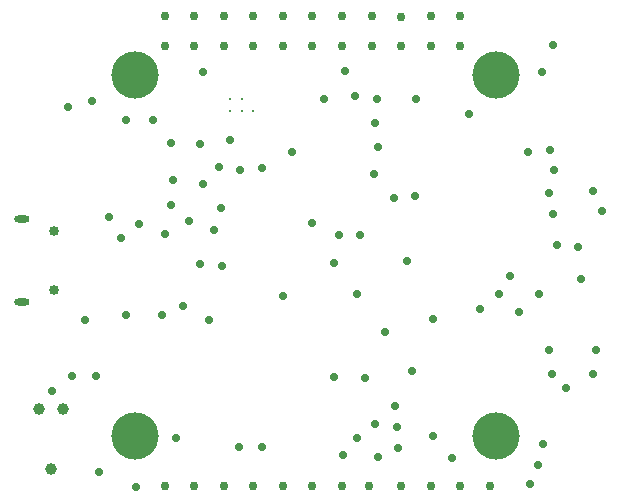
<source format=gbr>
%TF.GenerationSoftware,Altium Limited,Altium Designer,23.4.1 (23)*%
G04 Layer_Color=0*
%FSLAX45Y45*%
%MOMM*%
%TF.SameCoordinates,C9BBA984-B0C4-4836-938B-120E292B3470*%
%TF.FilePolarity,Positive*%
%TF.FileFunction,Plated,1,6,PTH,Drill*%
%TF.Part,Single*%
G01*
G75*
%TA.AperFunction,ComponentDrill*%
%ADD131C,0.85000*%
%ADD132O,1.30000X0.60000*%
%TA.AperFunction,OtherDrill,Pad Free-67 (4.902mm,9.246mm)*%
%ADD133C,0.99101*%
%TA.AperFunction,OtherDrill,Pad Free-67 (3.886mm,4.166mm)*%
%ADD134C,0.99101*%
%TA.AperFunction,OtherDrill,Pad Free-67 (2.87mm,9.246mm)*%
%ADD135C,0.99101*%
%TA.AperFunction,OtherDrill,Pad Free-56 (11mm,7mm)*%
%ADD136C,4.00000*%
%TA.AperFunction,OtherDrill,Pad Free-57 (41.5mm,37.5mm)*%
%ADD137C,4.00000*%
%TA.AperFunction,OtherDrill,Pad Free-60 (41.5mm,7mm)*%
%ADD138C,4.00000*%
%TA.AperFunction,OtherDrill,Pad Free-59 (11mm,37.5mm)*%
%ADD139C,4.00000*%
%TA.AperFunction,OtherDrill,Pad Free-5 (38.5mm,42.5mm)*%
%ADD140C,0.76200*%
%TA.AperFunction,OtherDrill,Pad Free-55 (38.5mm,40mm)*%
%ADD141C,0.76200*%
%TA.AperFunction,OtherDrill,Pad Free-54 (36mm,40mm)*%
%ADD142C,0.76200*%
%TA.AperFunction,OtherDrill,Pad Free-6 (36mm,42.5mm)*%
%ADD143C,0.76200*%
%TA.AperFunction,OtherDrill,Pad Free-7 (33.5mm,42.408mm)*%
%ADD144C,0.76200*%
%TA.AperFunction,OtherDrill,Pad Free-53 (33.5mm,40mm)*%
%ADD145C,0.76200*%
%TA.AperFunction,OtherDrill,Pad Free-51 (31mm,40mm)*%
%ADD146C,0.76200*%
%TA.AperFunction,OtherDrill,Pad Free-8 (31mm,42.5mm)*%
%ADD147C,0.76200*%
%TA.AperFunction,OtherDrill,Pad Free-9 (28.5mm,42.5mm)*%
%ADD148C,0.76200*%
%TA.AperFunction,OtherDrill,Pad Free-50 (28.5mm,40mm)*%
%ADD149C,0.76200*%
%TA.AperFunction,OtherDrill,Pad Free-48 (26mm,40mm)*%
%ADD150C,0.76200*%
%TA.AperFunction,OtherDrill,Pad Free-11 (26mm,42.5mm)*%
%ADD151C,0.76200*%
%TA.AperFunction,OtherDrill,Pad Free-10 (23.5mm,42.5mm)*%
%ADD152C,0.76200*%
%TA.AperFunction,OtherDrill,Pad Free-44 (21mm,40mm)*%
%ADD153C,0.76200*%
%TA.AperFunction,OtherDrill,Pad Free-14 (21mm,42.5mm)*%
%ADD154C,0.76200*%
%TA.AperFunction,OtherDrill,Pad Free-15 (18.5mm,42.5mm)*%
%ADD155C,0.76200*%
%TA.AperFunction,OtherDrill,Pad Free-43 (18.5mm,40mm)*%
%ADD156C,0.76200*%
%TA.AperFunction,OtherDrill,Pad Free-13 (16mm,40mm)*%
%ADD157C,0.76200*%
%TA.AperFunction,OtherDrill,Pad Free-16 (16mm,42.5mm)*%
%ADD158C,0.76200*%
%TA.AperFunction,OtherDrill,Pad Free-17 (13.5mm,42.5mm)*%
%ADD159C,0.76200*%
%TA.AperFunction,OtherDrill,Pad Free-12 (13.5mm,40mm)*%
%ADD160C,0.76200*%
%TA.AperFunction,OtherDrill,Pad Free-32 (41mm,2.75mm)*%
%ADD161C,0.76200*%
%TA.AperFunction,OtherDrill,Pad Free-42 (38.5mm,2.75mm)*%
%ADD162C,0.76200*%
%TA.AperFunction,OtherDrill,Pad Free-41 (36mm,2.75mm)*%
%ADD163C,0.76200*%
%TA.AperFunction,OtherDrill,Pad Free-39 (33.5mm,2.75mm)*%
%ADD164C,0.76200*%
%TA.AperFunction,OtherDrill,Pad Free-38 (30.75mm,2.75mm)*%
%ADD165C,0.76200*%
%TA.AperFunction,OtherDrill,Pad Free-37 (28.5mm,2.75mm)*%
%ADD166C,0.76200*%
%TA.AperFunction,OtherDrill,Pad Free-35 (26mm,2.75mm)*%
%ADD167C,0.76200*%
%TA.AperFunction,OtherDrill,Pad Free-40 (23.5mm,2.75mm)*%
%ADD168C,0.76200*%
%TA.AperFunction,OtherDrill,Pad Free-34 (18.5mm,2.75mm)*%
%ADD169C,0.76200*%
%TA.AperFunction,OtherDrill,Pad Free-31 (16mm,2.75mm)*%
%ADD170C,0.76200*%
%TA.AperFunction,OtherDrill,Pad Free-36 (13.5mm,2.75mm)*%
%ADD171C,0.76200*%
%TA.AperFunction,OtherDrill,Pad Free-46 (23.5mm,40mm)*%
%ADD172C,0.76200*%
%TA.AperFunction,OtherDrill,Pad Free-33 (21mm,2.75mm)*%
%ADD173C,0.76200*%
%TA.AperFunction,ViaDrill,NotFilled*%
%ADD174C,0.71120*%
%ADD175C,0.20000*%
D131*
X414401Y1934399D02*
D03*
Y2434398D02*
D03*
D132*
X144399Y1834399D02*
D03*
Y2534398D02*
D03*
D133*
X490220Y924560D02*
D03*
D134*
X388620Y416560D02*
D03*
D135*
X287020Y924560D02*
D03*
D136*
X1100001Y699998D02*
D03*
D137*
X4150003Y3750000D02*
D03*
D138*
Y699998D02*
D03*
D139*
X1100001Y3750000D02*
D03*
D140*
X3850000Y4250000D02*
D03*
D141*
X3849998Y4000002D02*
D03*
D142*
X3600001D02*
D03*
D143*
X3599996Y4249999D02*
D03*
D144*
X3349994Y4240799D02*
D03*
D145*
X3349999Y4000002D02*
D03*
D146*
X3100002D02*
D03*
D147*
X3099997Y4249994D02*
D03*
D148*
X2850000D02*
D03*
D149*
Y4000002D02*
D03*
D150*
X2599998D02*
D03*
D151*
Y4249994D02*
D03*
D152*
X2349996Y4249999D02*
D03*
D153*
X2099999Y4000002D02*
D03*
D154*
Y4249994D02*
D03*
D155*
X1849997Y4249999D02*
D03*
D156*
X1850002Y4000002D02*
D03*
D157*
X1600000D02*
D03*
D158*
Y4249994D02*
D03*
D159*
X1349998Y4249999D02*
D03*
D160*
Y3999997D02*
D03*
D161*
X4100000Y275000D02*
D03*
D162*
X3850000D02*
D03*
D163*
X3600000D02*
D03*
D164*
X3349999Y275000D02*
D03*
D165*
X3074998D02*
D03*
D166*
X2850000D02*
D03*
D167*
X2600003D02*
D03*
D168*
X2350001D02*
D03*
D169*
X1850002D02*
D03*
D170*
X1600000D02*
D03*
D171*
X1350003D02*
D03*
D172*
X2350001Y4000002D02*
D03*
D173*
X2099999Y275000D02*
D03*
D174*
X1762240Y2441396D02*
D03*
X1828841Y2630433D02*
D03*
X1351665Y2410178D02*
D03*
X3784600Y508000D02*
D03*
X736600Y3530600D02*
D03*
X533400Y3479800D02*
D03*
X1104900Y266700D02*
D03*
X393700Y1079500D02*
D03*
X4425000Y3100000D02*
D03*
X4610166Y3118962D02*
D03*
X1400000Y2650000D02*
D03*
X2700000Y3550000D02*
D03*
X2959333Y3578599D02*
D03*
X3150000Y3550000D02*
D03*
X1444560Y680387D02*
D03*
X1130968Y2494597D02*
D03*
X3155751Y3146167D02*
D03*
X1650796Y2149638D02*
D03*
X3317800Y774884D02*
D03*
X1899668Y3204108D02*
D03*
X3397430Y2176178D02*
D03*
X2781779Y2159606D02*
D03*
X2858894Y538404D02*
D03*
X2972601Y679739D02*
D03*
X4346102Y1748944D02*
D03*
X3445527Y1250000D02*
D03*
X1981985Y2946218D02*
D03*
X4271400Y2049011D02*
D03*
X3300000Y951070D02*
D03*
X4665941Y2309832D02*
D03*
X1835015Y2136364D02*
D03*
X1651473Y3170677D02*
D03*
X2424712Y3100970D02*
D03*
X3463714Y2725560D02*
D03*
X2976438Y1902389D02*
D03*
X4549820Y626565D02*
D03*
X4506695Y454899D02*
D03*
X4875000Y2025000D02*
D03*
X1418345Y2868345D02*
D03*
X3117175Y2918367D02*
D03*
X1403600Y3174870D02*
D03*
X1500000Y1800000D02*
D03*
X1325000Y1725000D02*
D03*
X794586Y394586D02*
D03*
X3156401Y516152D02*
D03*
X4539641Y3781488D02*
D03*
X4639081Y4010786D02*
D03*
X4445295Y287069D02*
D03*
X2781401Y1196097D02*
D03*
X3042671Y1185097D02*
D03*
X3209860Y1577740D02*
D03*
X3619504Y1687417D02*
D03*
X4175000Y1900000D02*
D03*
X2171901Y2965796D02*
D03*
X767245Y1201051D02*
D03*
X1725000Y1675000D02*
D03*
X3618165Y693165D02*
D03*
X4018901Y1775000D02*
D03*
X3125000Y800000D02*
D03*
X3324247Y598002D02*
D03*
X1669937Y2832598D02*
D03*
X1807755Y2977404D02*
D03*
X1552407Y2519770D02*
D03*
X875000Y2550000D02*
D03*
X1250000Y3375000D02*
D03*
X1675000Y3775000D02*
D03*
X2600000Y2500000D02*
D03*
X3001991Y2398274D02*
D03*
X2825000Y2400000D02*
D03*
X3125000Y3350000D02*
D03*
X3475000Y3550000D02*
D03*
X3925000Y3425000D02*
D03*
X4521500Y1896428D02*
D03*
X3286386Y2709923D02*
D03*
X2349907Y1880690D02*
D03*
X1025002Y1724998D02*
D03*
X672254Y1676964D02*
D03*
X4850000Y2300000D02*
D03*
X4638602Y2577974D02*
D03*
X4600155Y2750748D02*
D03*
X5050000Y2600000D02*
D03*
X4648732Y2946214D02*
D03*
X2875000Y3791000D02*
D03*
X4975000Y2775000D02*
D03*
X4624842Y1225158D02*
D03*
X975000Y2375000D02*
D03*
X4750000Y1100000D02*
D03*
X4975000Y1225000D02*
D03*
X5000000Y1425000D02*
D03*
X559569Y1206206D02*
D03*
X4600000Y1425000D02*
D03*
X1025000Y3375000D02*
D03*
X2175000Y600000D02*
D03*
X1975000D02*
D03*
D175*
X2099999Y3450000D02*
D03*
X1999999Y3550000D02*
D03*
Y3450000D02*
D03*
X1900000Y3550000D02*
D03*
Y3450000D02*
D03*
%TF.MD5,365869338fe238180308a517f3c92b58*%
M02*

</source>
